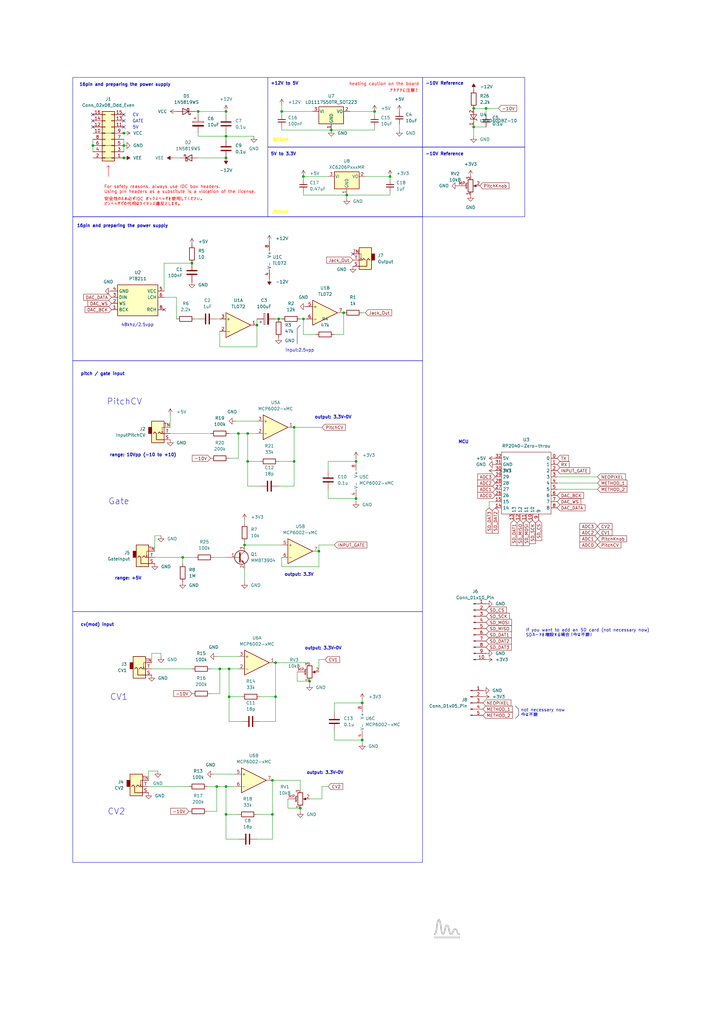
<source format=kicad_sch>
(kicad_sch (version 20231120) (generator "eeschema") (generator_version "8.0")
  (paper "A3" portrait)
  (title_block (title "BirdsBoard") (date "2025-07-30") (rev "1.1") (company "Hügelton Instruments. Kōbe, Japan") (comment 1 "CERN Open Hardware Licence Version 2 - Strongly Reciprocal"))
  (junction (at 88.9 322.58))
  (junction (at 124.46 130.81))
  (junction (at 194.31 44.45))
  (junction (at 194.31 52.07))
  (junction (at 50.8 59.69))
  (junction (at 148.59 288.29))
  (junction (at 123.19 331.47))
  (junction (at 124.46 72.39))
  (junction (at 90.17 274.32))
  (junction (at 78.74 107.95))
  (junction (at 92.71 334.01))
  (junction (at 50.8 54.61))
  (junction (at 140.97 128.27))
  (junction (at 81.28 45.72))
  (junction (at 199.39 44.45))
  (junction (at 142.24 80.01))
  (junction (at 160.02 72.39))
  (junction (at 97.79 177.8))
  (junction (at 153.67 45.72))
  (junction (at 148.59 303.53))
  (junction (at 120.65 189.23))
  (junction (at 92.71 45.72))
  (junction (at 74.93 228.6))
  (junction (at 111.76 334.01))
  (junction (at 93.98 285.75))
  (junction (at 130.81 226.06))
  (junction (at 146.05 204.47))
  (junction (at 92.71 64.77))
  (junction (at 111.76 320.04))
  (junction (at 38.1 59.69))
  (junction (at 101.6 189.23))
  (junction (at 50.8 64.77))
  (junction (at 127 279.4))
  (junction (at 101.6 177.8))
  (junction (at 93.98 274.32))
  (junction (at 135.89 53.34))
  (junction (at 92.71 322.58))
  (junction (at 92.71 55.88))
  (junction (at 120.65 175.26))
  (junction (at 113.03 271.78))
  (junction (at 114.3 130.81))
  (junction (at 105.41 133.35))
  (junction (at 115.57 45.72))
  (junction (at 113.03 285.75))
  (junction (at 100.33 223.52))
  (junction (at 146.05 189.23))
  (no_connect (at 50.8 49.53))
  (no_connect (at 50.8 46.99))
  (no_connect (at 38.1 49.53))
  (no_connect (at 144.78 104.14))
  (no_connect (at 50.8 52.07))
  (no_connect (at 38.1 52.07))
  (no_connect (at 38.1 46.99))
  (no_connect (at 67.31 127))
  (wire (pts (xy 124.46 80.01) (xy 142.24 80.01)))
  (wire (pts (xy 92.71 344.17) (xy 97.79 344.17)))
  (wire (pts (xy 194.31 52.07) (xy 199.39 52.07)))
  (wire (pts (xy 92.71 334.01) (xy 92.71 322.58)))
  (wire (pts (xy 115.57 45.72) (xy 115.57 46.99)))
  (wire (pts (xy 114.3 199.39) (xy 120.65 199.39)))
  (polyline (pts (xy 212.725 290.83) (xy 212.725 293.37)))
  (wire (pts (xy 90.17 274.32) (xy 90.17 284.48)))
  (wire (pts (xy 69.85 177.8) (xy 86.36 177.8)))
  (polyline (pts (xy 208.915 160.655) (xy 208.915 171.45)) (stroke (width 0) (color 255 255 255 1)))
  (wire (pts (xy 38.1 64.77) (xy 50.8 64.77)))
  (wire (pts (xy 93.98 274.32) (xy 97.79 274.32)))
  (wire (pts (xy 71.12 64.77) (xy 73.66 64.77)))
  (wire (pts (xy 90.17 142.24) (xy 105.41 142.24)))
  (wire (pts (xy 92.71 334.01) (xy 92.71 344.17)))
  (wire (pts (xy 93.98 285.75) (xy 99.06 285.75)))
  (wire (pts (xy 72.39 121.92) (xy 72.39 130.81)))
  (wire (pts (xy 64.77 316.23) (xy 60.96 316.23)))
  (wire (pts (xy 66.04 219.71) (xy 63.5 219.71)))
  (wire (pts (xy 38.1 54.61) (xy 50.8 54.61)))
  (wire (pts (xy 124.46 130.81) (xy 125.73 130.81)))
  (wire (pts (xy 124.46 137.16) (xy 129.54 137.16)))
  (polyline (pts (xy 223.52 160.655) (xy 224.155 161.925)) (stroke (width 0) (color 255 255 255 1)))
  (wire (pts (xy 88.9 269.24) (xy 97.79 269.24)))
  (wire (pts (xy 101.6 189.23) (xy 101.6 177.8)))
  (polyline (pts (xy 213.36 161.925) (xy 213.995 160.655)) (stroke (width 0) (color 255 255 255 1)))
  (wire (pts (xy 132.08 322.58) (xy 132.08 327.66)))
  (polyline (pts (xy 218.44 160.655) (xy 218.44 171.45)) (stroke (width 0) (color 255 255 255 1)))
  (wire (pts (xy 86.36 284.48) (xy 90.17 284.48)))
  (wire (pts (xy 81.28 46.99) (xy 81.28 45.72)))
  (wire (pts (xy 81.28 64.77) (xy 92.71 64.77)))
  (polyline (pts (xy 222.885 161.925) (xy 223.52 160.655)) (stroke (width 0) (color 255 255 255 1)))
  (wire (pts (xy 74.93 228.6) (xy 80.01 228.6)))
  (wire (pts (xy 134.62 200.66) (xy 134.62 204.47)))
  (wire (pts (xy 66.04 269.24) (xy 66.04 267.97)))
  (wire (pts (xy 92.71 45.72) (xy 92.71 46.99)))
  (wire (pts (xy 93.98 285.75) (xy 93.98 274.32)))
  (wire (pts (xy 92.71 322.58) (xy 96.52 322.58)))
  (wire (pts (xy 100.33 222.25) (xy 100.33 223.52)))
  (wire (pts (xy 115.57 45.72) (xy 128.27 45.72)))
  (wire (pts (xy 123.19 320.04) (xy 123.19 323.85)))
  (wire (pts (xy 97.79 177.8) (xy 101.6 177.8)))
  (wire (pts (xy 148.59 128.27) (xy 149.86 128.27)))
  (wire (pts (xy 66.04 267.97) (xy 62.23 267.97)))
  (wire (pts (xy 81.28 45.72) (xy 92.71 45.72)))
  (wire (pts (xy 148.59 304.8) (xy 148.59 303.53)))
  (wire (pts (xy 121.92 279.4) (xy 127 279.4)))
  (wire (pts (xy 121.92 275.59) (xy 121.92 279.4)))
  (wire (pts (xy 118.11 331.47) (xy 123.19 331.47)))
  (wire (pts (xy 123.19 331.47) (xy 123.19 332.74)))
  (wire (pts (xy 92.71 55.88) (xy 104.14 55.88)))
  (wire (pts (xy 62.23 267.97) (xy 62.23 271.78)))
  (wire (pts (xy 245.11 198.12) (xy 228.6 198.12)))
  (wire (pts (xy 132.08 327.66) (xy 127 327.66)))
  (wire (pts (xy 115.57 52.07) (xy 115.57 53.34)))
  (polyline (pts (xy 210.82 288.29) (xy 226.695 288.29)) (stroke (width 0) (color 255 255 255 1)))
  (wire (pts (xy 96.52 172.72) (xy 105.41 172.72)))
  (wire (pts (xy 130.81 226.06) (xy 130.81 232.41)))
  (wire (pts (xy 194.31 55.88) (xy 194.31 52.07)))
  (wire (pts (xy 135.89 53.34) (xy 153.67 53.34)))
  (wire (pts (xy 245.11 200.66) (xy 228.6 200.66)))
  (wire (pts (xy 93.98 295.91) (xy 99.06 295.91)))
  (wire (pts (xy 111.76 320.04) (xy 123.19 320.04)))
  (wire (pts (xy 86.36 274.32) (xy 90.17 274.32)))
  (polyline (pts (xy 44.45 67.945) (xy 44.45 72.39)) (stroke (width 0) (color 255 0 0 1)))
  (wire (pts (xy 105.41 133.35) (xy 105.41 130.81)))
  (wire (pts (xy 148.59 287.02) (xy 148.59 288.29)))
  (wire (pts (xy 115.57 53.34) (xy 135.89 53.34)))
  (polyline (pts (xy 213.995 160.655) (xy 213.995 171.45)) (stroke (width 0) (color 255 255 255 1)))
  (wire (pts (xy 132.08 175.26) (xy 120.65 175.26)))
  (wire (pts (xy 134.62 322.58) (xy 132.08 322.58)))
  (wire (pts (xy 160.02 78.74) (xy 160.02 80.01)))
  (wire (pts (xy 80.01 45.72) (xy 81.28 45.72)))
  (wire (pts (xy 200.66 205.74) (xy 203.2 205.74)))
  (wire (pts (xy 113.03 271.78) (xy 113.03 285.75)))
  (wire (pts (xy 50.8 57.15) (xy 50.8 59.69)))
  (wire (pts (xy 124.46 73.66) (xy 124.46 72.39)))
  (wire (pts (xy 67.31 107.95) (xy 78.74 107.95)))
  (wire (pts (xy 69.85 170.18) (xy 69.85 175.26)))
  (wire (pts (xy 153.67 46.99) (xy 153.67 45.72)))
  (polyline (pts (xy 121.92 134.62) (xy 123.19 133.35)))
  (wire (pts (xy 118.11 327.66) (xy 118.11 331.47)))
  (wire (pts (xy 143.51 45.72) (xy 153.67 45.72)))
  (wire (pts (xy 100.33 223.52) (xy 115.57 223.52)))
  (polyline (pts (xy 223.52 160.655) (xy 223.52 171.45)) (stroke (width 0) (color 255 255 255 1)))
  (wire (pts (xy 101.6 189.23) (xy 106.68 189.23)))
  (wire (pts (xy 127 280.67) (xy 127 279.4)))
  (wire (pts (xy 60.96 322.58) (xy 77.47 322.58)))
  (wire (pts (xy 124.46 78.74) (xy 124.46 80.01)))
  (wire (pts (xy 38.1 57.15) (xy 38.1 59.69)))
  (wire (pts (xy 153.67 52.07) (xy 153.67 53.34)))
  (wire (pts (xy 163.83 50.8) (xy 163.83 53.34)))
  (wire (pts (xy 130.81 223.52) (xy 137.16 223.52)))
  (wire (pts (xy 137.16 288.29) (xy 137.16 292.1)))
  (wire (pts (xy 120.65 175.26) (xy 120.65 189.23)))
  (wire (pts (xy 130.81 223.52) (xy 130.81 226.06)))
  (wire (pts (xy 74.93 231.14) (xy 74.93 228.6)))
  (wire (pts (xy 90.17 135.89) (xy 90.17 142.24)))
  (polyline (pts (xy 44.45 67.945) (xy 45.085 68.58)) (stroke (width 0) (color 255 0 0 1)))
  (wire (pts (xy 127 271.78) (xy 113.03 271.78)))
  (wire (pts (xy 101.6 199.39) (xy 106.68 199.39)))
  (wire (pts (xy 105.41 133.35) (xy 105.41 142.24)))
  (polyline (pts (xy 208.28 165.1) (xy 209.55 166.37)) (stroke (width 0) (color 255 255 255 1)))
  (wire (pts (xy 87.63 317.5) (xy 96.52 317.5)))
  (wire (pts (xy 100.33 233.68) (xy 100.33 238.76)))
  (wire (pts (xy 140.97 128.27) (xy 140.97 137.16)))
  (wire (pts (xy 123.19 130.81) (xy 124.46 130.81)))
  (wire (pts (xy 93.98 177.8) (xy 97.79 177.8)))
  (wire (pts (xy 115.57 43.18) (xy 115.57 45.72)))
  (polyline (pts (xy 208.28 166.37) (xy 209.55 165.1)) (stroke (width 0) (color 255 255 255 1)))
  (polyline (pts (xy 211.455 289.56) (xy 212.725 290.83)))
  (wire (pts (xy 111.76 320.04) (xy 111.76 334.01)))
  (wire (pts (xy 200.66 205.74) (xy 200.66 208.28)))
  (wire (pts (xy 63.5 228.6) (xy 74.93 228.6)))
  (wire (pts (xy 67.31 121.92) (xy 72.39 121.92)))
  (wire (pts (xy 199.39 44.45) (xy 204.47 44.45)))
  (wire (pts (xy 199.39 44.45) (xy 199.39 46.99)))
  (wire (pts (xy 92.71 334.01) (xy 97.79 334.01)))
  (wire (pts (xy 101.6 177.8) (xy 105.41 177.8)))
  (wire (pts (xy 115.57 232.41) (xy 130.81 232.41)))
  (wire (pts (xy 149.86 72.39) (xy 160.02 72.39)))
  (wire (pts (xy 142.24 80.01) (xy 142.24 81.28)))
  (wire (pts (xy 81.28 55.88) (xy 92.71 55.88)))
  (wire (pts (xy 120.65 189.23) (xy 120.65 199.39)))
  (wire (pts (xy 106.68 285.75) (xy 113.03 285.75)))
  (wire (pts (xy 38.1 59.69) (xy 38.1 62.23)))
  (wire (pts (xy 134.62 189.23) (xy 146.05 189.23)))
  (wire (pts (xy 92.71 54.61) (xy 92.71 55.88)))
  (wire (pts (xy 133.35 270.51) (xy 130.81 270.51)))
  (wire (pts (xy 142.24 80.01) (xy 160.02 80.01)))
  (wire (pts (xy 114.3 130.81) (xy 115.57 130.81)))
  (wire (pts (xy 63.5 219.71) (xy 63.5 226.06)))
  (wire (pts (xy 101.6 189.23) (xy 101.6 199.39)))
  (wire (pts (xy 137.16 137.16) (xy 140.97 137.16)))
  (polyline (pts (xy 43.815 68.58) (xy 44.45 67.945)) (stroke (width 0) (color 255 0 0 1)))
  (wire (pts (xy 81.28 54.61) (xy 81.28 55.88)))
  (wire (pts (xy 81.28 130.81) (xy 80.01 130.81)))
  (wire (pts (xy 160.02 73.66) (xy 160.02 72.39)))
  (wire (pts (xy 62.23 274.32) (xy 78.74 274.32)))
  (wire (pts (xy 67.31 107.95) (xy 67.31 119.38)))
  (wire (pts (xy 134.62 189.23) (xy 134.62 193.04)))
  (wire (pts (xy 146.05 205.74) (xy 146.05 204.47)))
  (wire (pts (xy 134.62 204.47) (xy 146.05 204.47)))
  (polyline (pts (xy 208.28 285.75) (xy 226.695 285.75)) (stroke (width 0) (color 255 255 255 1)))
  (wire (pts (xy 85.09 332.74) (xy 88.9 332.74)))
  (wire (pts (xy 124.46 72.39) (xy 134.62 72.39)))
  (wire (pts (xy 88.9 130.81) (xy 90.17 130.81)))
  (wire (pts (xy 88.9 322.58) (xy 88.9 332.74)))
  (wire (pts (xy 115.57 228.6) (xy 115.57 232.41)))
  (wire (pts (xy 137.16 303.53) (xy 148.59 303.53)))
  (wire (pts (xy 105.41 344.17) (xy 111.76 344.17)))
  (polyline (pts (xy 213.995 160.655) (xy 214.63 161.925)) (stroke (width 0) (color 255 255 255 1)))
  (polyline (pts (xy 211.455 294.64) (xy 212.725 293.37)))
  (wire (pts (xy 93.98 285.75) (xy 93.98 295.91)))
  (wire (pts (xy 106.68 295.91) (xy 113.03 295.91)))
  (wire (pts (xy 87.63 228.6) (xy 92.71 228.6)))
  (polyline (pts (xy 208.28 283.21) (xy 226.695 283.21)) (stroke (width 0) (color 255 255 255 1)))
  (wire (pts (xy 90.17 274.32) (xy 93.98 274.32)))
  (polyline (pts (xy 218.44 160.655) (xy 219.075 161.925)) (stroke (width 0) (color 255 255 255 1)))
  (polyline (pts (xy 217.805 161.925) (xy 218.44 160.655)) (stroke (width 0) (color 255 255 255 1)))
  (wire (pts (xy 113.03 130.81) (xy 114.3 130.81)))
  (wire (pts (xy 245.11 195.58) (xy 228.6 195.58)))
  (wire (pts (xy 105.41 334.01) (xy 111.76 334.01)))
  (wire (pts (xy 137.16 299.72) (xy 137.16 303.53)))
  (polyline (pts (xy 121.92 140.97) (xy 121.92 134.62)))
  (wire (pts (xy 113.03 285.75) (xy 113.03 295.91)))
  (wire (pts (xy 124.46 130.81) (xy 124.46 137.16)))
  (wire (pts (xy 50.8 59.69) (xy 50.8 62.23)))
  (wire (pts (xy 38.1 59.69) (xy 50.8 59.69)))
  (wire (pts (xy 93.98 187.96) (xy 97.79 187.96)))
  (wire (pts (xy 137.16 288.29) (xy 148.59 288.29)))
  (wire (pts (xy 194.31 44.45) (xy 199.39 44.45)))
  (wire (pts (xy 88.9 322.58) (xy 92.71 322.58)))
  (wire (pts (xy 92.71 57.15) (xy 92.71 55.88)))
  (wire (pts (xy 146.05 187.96) (xy 146.05 189.23)))
  (wire (pts (xy 111.76 334.01) (xy 111.76 344.17)))
  (wire (pts (xy 130.81 270.51) (xy 130.81 275.59)))
  (wire (pts (xy 100.33 213.36) (xy 100.33 214.63)))
  (wire (pts (xy 85.09 322.58) (xy 88.9 322.58)))
  (wire (pts (xy 60.96 316.23) (xy 60.96 320.04)))
  (wire (pts (xy 114.3 189.23) (xy 120.65 189.23)))
  (wire (pts (xy 97.79 177.8) (xy 97.79 187.96)))
  (rectangle (start 29.845 250.825) (end 173.355 353.695))
  (rectangle (start 109.855 60.325) (end 173.355 88.9))
  (rectangle (start 173.355 31.75) (end 215.265 60.325))
  (rectangle (start 173.355 60.325) (end 215.265 88.9))
  (rectangle (start 29.845 31.75) (end 109.855 88.9))
  (polyline (pts (xy 188.6835 384.8333) (xy 178.0267 384.8333) (xy 178.0267 384.1364) (xy 188.6835 384.1364) (xy 188.6835 384.8333)) (stroke (width -0.0001) (type solid)) (fill (type color) (color 194 194 194 1)))
  (rectangle (start 29.845 88.9) (end 173.355 147.955))
  (rectangle (start 109.855 31.75) (end 173.355 60.325))
  (polyline (pts (xy 180.1119 376.8517) (xy 180.1128 376.8522) (xy 180.1119 376.8515) (xy 180.1123 376.8517) (xy 180.1911 376.869) (xy 180.271 376.9016) (xy 180.3509 376.952) (xy 180.4305 377.0242) (xy 180.5097 377.1207) (xy 180.5882 377.2447) (xy 180.6656 377.3994) (xy 180.7418 377.5877) (xy 180.8162 377.813) (xy 180.8886 378.0776) (xy 180.9588 378.3857) (xy 181.0267 378.7394) (xy 181.0914 379.1423) (xy 181.1528 379.5975) (xy 181.2105 380.1076) (xy 181.2456 380.4251) (xy 181.2814 380.7171) (xy 181.3181 380.9841) (xy 181.3548 381.2272) (xy 181.3914 381.4473) (xy 181.4281 381.6461) (xy 181.4645 381.8244) (xy 181.5003 381.9832) (xy 181.535 382.1234) (xy 181.5687 382.2469) (xy 181.6012 382.3538) (xy 181.6319 382.4458) (xy 181.6604 382.5236) (xy 181.6871 382.5884) (xy 181.7114 382.6416) (xy 181.7331 382.684) (xy 181.7701 382.6251) (xy 181.816 382.5399) (xy 181.8693 382.4243) (xy 181.9275 382.2733) (xy 181.9899 382.0832) (xy 182.0217 381.9722) (xy 182.0541 381.8498) (xy 182.0862 381.7152) (xy 182.1183 381.5687) (xy 182.1501 381.4089) (xy 182.1808 381.2356) (xy 182.2273 380.9804) (xy 182.2774 380.7425) (xy 182.3307 380.5213) (xy 182.3586 380.4167) (xy 182.3877 380.3167) (xy 182.4175 380.2205) (xy 182.4482 380.1288) (xy 182.4799 380.0408) (xy 182.5124 379.9575) (xy 182.5457 379.878) (xy 182.5801 379.8028) (xy 182.6152 379.7318) (xy 182.6514 379.6647) (xy 182.6882 379.6021) (xy 182.726 379.5432) (xy 182.7648 379.4885) (xy 182.8045 379.4381) (xy 182.8452 379.3915) (xy 182.8867 379.3492) (xy 182.929 379.3111) (xy 182.9726 379.2767) (xy 183.017 379.2463) (xy 183.0627 379.2204) (xy 183.1089 379.1982) (xy 183.1562 379.1804) (xy 183.2047 379.1662) (xy 183.2539 379.156) (xy 183.3042 379.15) (xy 183.3555 379.1479) (xy 183.4566 379.156) (xy 183.5543 379.1804) (xy 183.6476 379.2204) (xy 183.7378 379.2767) (xy 183.8237 379.349) (xy 183.906 379.4379) (xy 183.9845 379.543) (xy 184.0593 379.6647) (xy 184.1304 379.8028) (xy 184.198 379.9575) (xy 184.2616 380.1288) (xy 184.322 380.3165) (xy 184.3789 380.5211) (xy 184.4322 380.7423) (xy 184.4818 380.9802) (xy 184.5283 381.2355) (xy 184.5497 381.3558) (xy 184.5712 381.4701) (xy 184.5931 381.5778) (xy 184.6153 381.6796) (xy 184.6375 381.7757) (xy 184.6597 381.8659) (xy 184.682 381.9502) (xy 184.7042 382.0294) (xy 184.7264 382.1033) (xy 184.7483 382.1721) (xy 184.7698 382.2358) (xy 184.7912 382.2952) (xy 184.8121 382.3495) (xy 184.8328 382.3996) (xy 184.8525 382.4458) (xy 184.8719 382.4876) (xy 184.8905 382.5257) (xy 184.9086 382.5601) (xy 184.9257 382.5908) (xy 184.9423 382.6182) (xy 184.9577 382.6425) (xy 184.9725 382.664) (xy 184.9855 382.6822) (xy 184.9981 382.6981) (xy 185.0194 382.7224) (xy 185.0353 382.7383) (xy 185.0457 382.7468) (xy 185.0494 382.7494) (xy 185.0638 382.7457) (xy 185.0817 382.7369) (xy 185.1027 382.7231) (xy 185.1263 382.7035) (xy 185.1526 382.6783) (xy 185.1804 382.6469) (xy 185.2104 382.6094) (xy 185.2418 382.5654) (xy 185.2745 382.515) (xy 185.3081 382.4573) (xy 185.3422 382.3929) (xy 185.3766 382.3211) (xy 185.411 382.2416) (xy 185.445 382.1546) (xy 185.4784 382.0592) (xy 185.5105 381.956) (xy 185.5422 381.8539) (xy 185.5748 381.757) (xy 185.6089 381.6657) (xy 185.6436 381.5794) (xy 185.6794 381.4981) (xy 185.7158 381.4216) (xy 185.7528 381.3498) (xy 185.7911 381.2827) (xy 185.8296 381.2201) (xy 185.8684 381.1619) (xy 185.9077 381.1076) (xy 185.9472 381.0575) (xy 185.9869 381.0109) (xy 186.0269 380.9686) (xy 186.0668 380.9294) (xy 186.1068 380.8938) (xy 186.1465 380.8613) (xy 186.1862 380.8319) (xy 186.2257 380.8056) (xy 186.2649 380.782) (xy 186.3033 380.7615) (xy 186.3416 380.7433) (xy 186.379 380.7275) (xy 186.4157 380.7141) (xy 186.4868 380.6931) (xy 186.5543 380.6797) (xy 186.617 380.6726) (xy 186.6748 380.6705) (xy 186.7325 380.6726) (xy 186.7955 380.6797) (xy 186.863 380.6931) (xy 186.9341 380.7141) (xy 187.0084 380.7435) (xy 187.0853 380.7823) (xy 187.1638 380.8321) (xy 187.2433 380.8938) (xy 187.3232 380.9686) (xy 187.3633 381.0109) (xy 187.4029 381.0575) (xy 187.4426 381.1076) (xy 187.4818 381.1619) (xy 187.5206 381.2201) (xy 187.559 381.2827) (xy 187.5973 381.3498) (xy 187.6344 381.4216) (xy 187.6707 381.4981) (xy 187.7063 381.5794) (xy 187.7411 381.6657) (xy 187.7748 381.757) (xy 187.8074 381.8539) (xy 187.8388 381.956) (xy 187.855 382.0086) (xy 187.8713 382.059) (xy 187.8878 382.1079) (xy 187.9048 382.1544) (xy 187.9217 382.1989) (xy 187.9388 382.2412) (xy 187.9559 382.282) (xy 187.9734 382.3208) (xy 187.9908 382.3575) (xy 188.008 382.3926) (xy 188.0254 382.4256) (xy 188.0429 382.457) (xy 188.0603 382.4864) (xy 188.0775 382.5139) (xy 188.0947 382.5399) (xy 188.1115 382.5645) (xy 188.1284 382.5871) (xy 188.145 382.6081) (xy 188.1612 382.6273) (xy 188.1775 382.6452) (xy 188.1932 382.661) (xy 188.2087 382.6758) (xy 188.2235 382.6891) (xy 188.238 382.7005) (xy 188.2521 382.7108) (xy 188.2655 382.7196) (xy 188.2785 382.7267) (xy 188.2911 382.7326) (xy 188.3029 382.7371) (xy 188.3143 382.7404) (xy 188.3248 382.7422) (xy 188.335 382.7429) (xy 188.6832 382.7429) (xy 188.6832 383.4398) (xy 188.335 383.4398) (xy 188.2773 383.4373) (xy 188.2143 383.4303) (xy 188.1468 383.4169) (xy 188.0757 383.3964) (xy 188.0014 383.3669) (xy 187.9245 383.3278) (xy 187.846 383.278) (xy 187.7665 383.2163) (xy 187.6864 383.1415) (xy 187.6465 383.0987) (xy 187.6068 383.0524) (xy 187.5672 383.002) (xy 187.528 382.9477) (xy 187.4888 382.8895) (xy 187.4507 382.8268) (xy 187.4125 382.7593) (xy 187.3754 382.6878) (xy 187.3391 382.6113) (xy 187.3035 382.5296) (xy 187.2687 382.4434) (xy 187.235 382.352) (xy 187.2024 382.255) (xy 187.171 382.1529) (xy 187.1548 382.1003) (xy 187.1385 382.0498) (xy 187.122 382.0013) (xy 187.105 381.9548) (xy 187.0883 381.9103) (xy 187.071 381.868) (xy 187.0535 381.8276) (xy 187.0362 381.7888) (xy 187.0188 381.7521) (xy 187.0013 381.7174) (xy 186.9842 381.6844) (xy 186.9667 381.653) (xy 186.9493 381.6235) (xy 186.9322 381.596) (xy 186.9149 381.5701) (xy 186.8981 381.5457) (xy 186.8812 381.5232) (xy 186.8646 381.5022) (xy 186.8484 381.4826) (xy 186.8321 381.4651) (xy 186.8164 381.4489) (xy 186.8009 381.4344) (xy 186.7861 381.4212) (xy 186.7716 381.4097) (xy 186.7575 381.3995) (xy 186.744 381.3907) (xy 186.7309 381.3833) (xy 186.7184 381.3776) (xy 186.7066 381.3729) (xy 186.6951 381.3699) (xy 186.6843 381.3678) (xy 186.6745 381.367) (xy 186.6538 381.3699) (xy 186.6309 381.3776) (xy 186.6053 381.3909) (xy 186.5776 381.4097) (xy 186.5482 381.4344) (xy 186.5171 381.4651) (xy 186.4847 381.5023) (xy 186.4513 381.5459) (xy 186.4173 381.596) (xy 186.3825 381.6533) (xy 186.3474 381.7175) (xy 186.3123 381.7893) (xy 186.2776 381.8685) (xy 186.2435 381.9558) (xy 186.2102 382.0509) (xy 186.1777 382.1544) (xy 186.146 382.2566) (xy 186.1134 382.3532) (xy 186.0797 382.4446) (xy 186.0449 382.5309) (xy 186.0095 382.6122) (xy 185.9728 382.6887) (xy 185.9357 382.7602) (xy 185.898 382.8272) (xy 185.8595 382.8898) (xy 185.8207 382.9484) (xy 185.7812 383.0027) (xy 185.7419 383.0528) (xy 185.702 383.099) (xy 185.662 383.1419) (xy 185.6219 383.181) (xy 185.5821 383.2167) (xy 185.542 383.2491) (xy 185.5024 383.2786) (xy 185.4628 383.3048) (xy 185.424 383.3285) (xy 185.3852 383.3489) (xy 185.347 383.3671) (xy 185.3096 383.383) (xy 185.2725 383.3964) (xy 185.2014 383.4174) (xy 185.1339 383.4306) (xy 185.0713 383.438) (xy 185.0132 383.4401) (xy 184.9122 383.432) (xy 184.8148 383.408) (xy 184.7215 383.368) (xy 184.6317 383.3114) (xy 184.5458 383.2391) (xy 184.4638 383.1502) (xy 184.3853 383.0449) (xy 184.3105 382.9231) (xy 184.2394 382.7854) (xy 184.1719 382.6307) (xy 184.1078 382.4594) (xy 184.0475 382.2717) (xy 183.9905 382.0671) (xy 183.9369 381.8461) (xy 183.887 381.6078) (xy 183.8404 381.3529) (xy 183.8212 381.2439) (xy 183.802 381.1404) (xy 183.7826 381.0423) (xy 183.7628 380.949) (xy 183.7431 380.8605) (xy 183.7233 380.7765) (xy 183.7032 380.6973) (xy 183.6834 380.6225) (xy 183.6637 380.5523) (xy 183.6439 380.486) (xy 183.6242 380.4239) (xy 183.6048 380.3659) (xy 183.5855 380.3115) (xy 183.5667 380.2611) (xy 183.5481 380.2142) (xy 183.5296 380.1706) (xy 183.5122 380.1306) (xy 183.4947 380.0939) (xy 183.4781 380.0602) (xy 183.4615 380.0295) (xy 183.4458 380.0016) (xy 183.431 379.9764) (xy 183.4169 379.9538) (xy 183.4037 379.9337) (xy 183.3793 379.9004) (xy 183.3587 379.8757) (xy 183.3421 379.8582) (xy 183.3301 379.8471) (xy 183.3181 379.8753) (xy 183.2857 379.9335) (xy 183.2365 380.0293) (xy 183.1744 380.1706) (xy 183.1396 380.2609) (xy 183.1029 380.3655) (xy 183.0648 380.4858) (xy 183.026 380.6223) (xy 182.9863 380.7763) (xy 182.9468 380.9486) (xy 182.9073 381.1409) (xy 182.8689 381.3533) (xy 182.8223 381.6082) (xy 182.7724 381.8465) (xy 182.7188 382.0675) (xy 182.6909 382.1721) (xy 182.6623 382.2721) (xy 182.6323 382.3679) (xy 182.6016 382.4599) (xy 182.5704 382.5476) (xy 182.538 382.6312) (xy 182.5046 382.7104) (xy 182.4702 382.7859) (xy 182.4351 382.857) (xy 182.399 382.9237) (xy 182.3621 382.9866) (xy 182.3244 383.0452) (xy 182.2856 383.0999) (xy 182.2459 383.1503) (xy 182.2051 383.1969) (xy 182.1637 383.2392) (xy 182.1213 383.2777) (xy 182.0778 383.3117) (xy 182.0333 383.3421) (xy 181.9878 383.3683) (xy 181.9416 383.3902) (xy 181.894 383.4084) (xy 181.8456 383.4225) (xy 181.7964 383.4324) (xy 181.7462 383.4384) (xy 181.6948 383.4405) (xy 181.6167 383.4354) (xy 181.5373 383.4183) (xy 181.4578 383.3858) (xy 181.3779 383.3348) (xy 181.2983 383.263) (xy 181.2191 383.1662) (xy 181.1401 383.0422) (xy 181.0628 382.8875) (xy 180.9866 382.6995) (xy 180.9122 382.4744) (xy 180.8399 382.2095) (xy 180.7697 381.9017) (xy 180.7018 381.5477) (xy 180.6369 381.1451) (xy 180.5755 380.6899) (xy 180.5178 380.1798) (xy 180.4867 379.8949) (xy 180.455 379.6308) (xy 180.4225 379.3867) (xy 180.3901 379.1622) (xy 180.3571 378.9555) (xy 180.3245 378.7669) (xy 180.2918 378.5949) (xy 180.2594 378.4393) (xy 180.2273 378.2991) (xy 180.1962 378.1733) (xy 180.1659 378.0613) (xy 180.1364 377.9626) (xy 180.1086 377.8763) (xy 180.0819 377.8012) (xy 180.0569 377.7371) (xy 180.0336 377.6828) (xy 179.9858 377.8012) (xy 179.9315 377.9631) (xy 179.872 378.1735) (xy 179.8091 378.4395) (xy 179.744 378.7667) (xy 179.6782 379.1618) (xy 179.6127 379.6303) (xy 179.5498 380.1792) (xy 179.5216 380.4412) (xy 179.4921 380.6892) (xy 179.4621 380.9234) (xy 179.4311 381.1443) (xy 179.399 381.352) (xy 179.3665 381.5468) (xy 179.3332 381.7299) (xy 179.2991 381.9008) (xy 179.2644 382.0602) (xy 179.2289 382.2086) (xy 179.1928 382.3462) (xy 179.1564 382.4737) (xy 179.1194 382.591) (xy 179.0818 382.6988) (xy 179.0441 382.7972) (xy 179.006 382.887) (xy 178.9672 382.9687) (xy 178.9284 383.0419) (xy 178.8892 383.1076) (xy 178.8497 383.1659) (xy 178.81 383.2175) (xy 178.7705 383.2627) (xy 178.7304 383.3015) (xy 178.6908 383.3348) (xy 178.6511 383.3624) (xy 178.611 383.3853) (xy 178.5713 383.4034) (xy 178.5315 383.4176) (xy 178.4918 383.428) (xy 178.4523 383.4347) (xy 178.4128 383.4387) (xy 178.374 383.44) (xy 178.0254 383.44) (xy 178.0254 382.7431) (xy 178.2988 382.7431) (xy 178.338 382.6783) (xy 178.392 382.563) (xy 178.4574 382.3846) (xy 178.532 382.1308) (xy 178.6119 381.789) (xy 178.6948 381.3461) (xy 178.7777 380.7899) (xy 178.858 380.1076) (xy 178.8862 379.8455) (xy 178.9157 379.5977) (xy 178.9456 379.3634) (xy 178.9767 379.1426) (xy 179.0088 378.9348) (xy 179.0412 378.7397) (xy 179.0746 378.5572) (xy 179.109 378.3863) (xy 179.1437 378.2268) (xy 179.1792 378.0781) (xy 179.215 377.9405) (xy 179.2517 377.8133) (xy 179.2884 377.696) (xy 179.3261 377.5883) (xy 179.3639 377.4895) (xy 179.402 377.3997) (xy 179.4408 377.3184) (xy 179.4796 377.2448) (xy 179.5191 377.1794) (xy 179.5582 377.1208) (xy 179.5981 377.0692) (xy 179.6378 377.0244) (xy 179.6775 376.9852) (xy 179.7173 376.9522) (xy 179.757 376.9243) (xy 179.7971 376.9018) (xy 179.8368 376.8832) (xy 179.8766 376.8691) (xy 179.916 376.8589) (xy 179.9555 376.8517) (xy 179.9946 376.848) (xy 180.0334 376.8467) (xy 180.1119 376.8517)) (stroke (width -0.0001) (type solid)) (fill (type color) (color 194 194 194 1)))
  (rectangle (start 29.845 147.955) (end 173.355 250.825))
  (text "CV1" (at 48.768 286.004 0) (effects (font (size 2.54 2.54))))
  (text "not necessary now\n今は不要" (at 213.614 292.354 0) (effects (font (size 1.27 1.27)) (justify left)))
  (text "USB-C　female" (at 215.9 176.784 0) (effects (font (size 1.27 1.27) (bold yes))))
  (text "DATA" (at 227.584 288.544 0) (effects (font (size 1.27 1.27)) (justify left)))
  (text "For safety reasons, always use IDC box headers.\nUsing pin headers as a substitute is a violation of the license." (at 42.672 77.724 0) (effects (font (size 1.27 1.27)) (justify left)))
  (text "250mA" (at 111.506 87.122 0) (effects (font (size 1.27 1.27) (thickness 0.254)) (justify left)))
  (text "output: 3.3V" (at 122.682 235.712 0) (effects (font (size 1.27 1.27) (thickness 0.254) (bold yes))))
  (text "MCU" (at 187.96 181.356 0) (effects (font (size 1.27 1.27) (thickness 0.254) (bold yes)) (justify left)))
  (text "Neopixel LED :(e.g. PL9823-F5)" (at 232.918 285.75 0) (effects (font (size 1.27 1.27)) (justify left)))
  (text "PitchCV" (at 51.054 164.846 0) (effects (font (size 2.54 2.54))))
  (text "USBポートの延長ケーブルはVCCを切断します\n" (at 184.658 153.416 0) (effects (font (size 1.27 1.27)) (justify left)))
  (text "800mA" (at 111.76 57.404 0) (effects (font (size 1.27 1.27) (thickness 0.254)) (justify left)))
  (text "input:2.5vpp" (at 122.936 143.764 0) (effects (font (size 1.27 1.27))))
  (text "output: 3.3V~0V" (at 133.35 316.992 0) (effects (font (size 1.27 1.27) (thickness 0.254) (bold yes))))
  (text "heating caution on the board" (at 171.958 34.544 0) (effects (font (size 1.27 1.27)) (justify right)))
  (text "cv(mod) input" (at 33.02 256.286 0) (effects (font (size 1.27 1.27) (thickness 0.254) (bold yes)) (justify left)))
  (text "GND" (at 223.774 173.736 0) (effects (font (size 1.27 1.27))))
  (text "D+" (at 213.614 173.736 0) (effects (font (size 1.27 1.27))))
  (text "5V" (at 55.626 52.324 0) (effects (font (size 1.27 1.27))))
  (text "D-" (at 218.694 173.736 0) (effects (font (size 1.27 1.27))))
  (text "range: +5V" (at 52.578 237.236 0) (effects (font (size 1.27 1.27) (thickness 0.254) (bold yes))))
  (text "USB-C female" (at 209.042 158.242 0) (effects (font (size 1.27 1.27) (bold yes)) (justify left)))
  (text "安全性のため必ずIDC ボックスヘッダを使用してください。\nピンヘッダでの代用はライセンス違反とします。" (at 42.672 82.804 0) (effects (font (size 1.27 1.27)) (justify left)))
  (text "VCC" (at 227.584 286.004 0) (effects (font (size 1.27 1.27)) (justify left)))
  (text "16pin and preparing the power supply" (at 32.512 34.798 0) (effects (font (size 1.27 1.27) (thickness 0.254) (bold yes)) (justify left)))
  (text "-10V Reference" (at 174.498 63.246 0) (effects (font (size 1.27 1.27) (thickness 0.254) (bold yes)) (justify left)))
  (text "Gate" (at 48.768 205.74 0) (effects (font (size 2.54 2.54))))
  (text "48khz/2.5vpp" (at 56.388 133.35 0) (effects (font (size 1.27 1.27))))
  (text "GATE" (at 56.642 49.784 0) (effects (font (size 1.27 1.27))))
  (text "CV" (at 55.626 47.244 0) (effects (font (size 1.27 1.27))))
  (text "5V to 3.3V" (at 110.998 63.246 0) (effects (font (size 1.27 1.27) (thickness 0.254) (bold yes)) (justify left)))
  (text "Please disconnect the VCC of the USB extension cable from the RP2350A Zero." (at 184.658 150.114 0) (effects (font (size 1.27 1.27)) (justify left)))
  (text "CV2" (at 47.752 332.994 0) (effects (font (size 2.54 2.54))))
  (text "output: 3.3V~0V" (at 132.588 265.938 0) (effects (font (size 1.27 1.27) (thickness 0.254) (bold yes))))
  (text "If you want to add an SD card (not necessary now)\nSDカードを増設する場合（今は不要）" (at 215.646 259.588 0) (effects (font (size 1.27 1.27)) (justify left)))
  (text "16pin and preparing the power supply" (at 31.496 92.71 0) (effects (font (size 1.27 1.27) (thickness 0.254) (bold yes)) (justify left)))
  (text "range: 10Vpp (-10 to +10)" (at 58.674 186.69 0) (effects (font (size 1.27 1.27) (thickness 0.254) (bold yes))))
  (text "-10V Reference" (at 174.498 34.29 0) (effects (font (size 1.27 1.27) (thickness 0.254) (bold yes)) (justify left)))
  (text "アチアチに注意！" (at 171.704 37.338 0) (effects (font (size 1.27 1.27)) (justify right)))
  (text "VCC" (at 208.534 173.736 0) (effects (font (size 1.27 1.27))))
  (text "+12V to 5V" (at 110.998 34.29 0) (effects (font (size 1.27 1.27) (thickness 0.254) (bold yes)) (justify left)))
  (text "output: 3.3V~0V" (at 136.652 171.196 0) (effects (font (size 1.27 1.27) (thickness 0.254) (bold yes))))
  (text "pitch / gate input" (at 33.02 153.416 0) (effects (font (size 1.27 1.27) (thickness 0.254) (bold yes)) (justify left)))
  (text "GND" (at 227.584 283.464 0) (effects (font (size 1.27 1.27)) (justify left)))
  (global_label "PitchKnob" (shape input) (at 196.85 76.2 0) (property "Intersheetrefs" "${INTERSHEET_REFS}" (effects (hide yes))))
  (global_label "DAC_WS" (shape input) (at 45.72 124.46 180) (property "Intersheetrefs" "${INTERSHEET_REFS}" (effects (hide yes))))
  (global_label "ADC2" (shape input) (at 245.11 218.44 180) (property "Intersheetrefs" "${INTERSHEET_REFS}" (effects (hide yes))))
  (global_label "PitchKnob" (shape input) (at 245.11 220.98 0) (property "Intersheetrefs" "${INTERSHEET_REFS}" (effects (hide yes))))
  (global_label "-10V" (shape input) (at 77.47 332.74 180) (property "Intersheetrefs" "${INTERSHEET_REFS}" (effects (hide yes))))
  (global_label "CV2" (shape input) (at 134.62 322.58 0) (property "Intersheetrefs" "${INTERSHEET_REFS}" (effects (hide yes))))
  (global_label "Jack_Out" (shape input) (at 144.78 106.68 180) (property "Intersheetrefs" "${INTERSHEET_REFS}" (effects (hide yes))))
  (global_label "DAC_BCK" (shape input) (at 45.72 127 180) (property "Intersheetrefs" "${INTERSHEET_REFS}" (effects (hide yes))))
  (global_label "SD_DAT2" (shape input) (at 199.39 262.89 0) (property "Intersheetrefs" "${INTERSHEET_REFS}" (effects (hide yes))))
  (global_label "METHOD_2" (shape input) (at 198.12 293.37 0) (property "Intersheetrefs" "${INTERSHEET_REFS}" (effects (hide yes))))
  (global_label "DAC_DATA" (shape input) (at 228.6 208.28 0) (property "Intersheetrefs" "${INTERSHEET_REFS}" (effects (hide yes))))
  (global_label "SD_MOSI" (shape input) (at 199.39 255.27 0) (property "Intersheetrefs" "${INTERSHEET_REFS}" (effects (hide yes))))
  (global_label "ADC1" (shape input) (at 203.2 200.66 180) (property "Intersheetrefs" "${INTERSHEET_REFS}" (effects (hide yes))))
  (global_label "ADC1" (shape input) (at 245.11 220.98 180) (property "Intersheetrefs" "${INTERSHEET_REFS}" (effects (hide yes))))
  (global_label "SD_MISO" (shape input) (at 199.39 257.81 0) (property "Intersheetrefs" "${INTERSHEET_REFS}" (effects (hide yes))))
  (global_label "SD_MISO" (shape input) (at 213.36 213.36 270) (property "Intersheetrefs" "${INTERSHEET_REFS}" (effects (hide yes))))
  (global_label "SD_DAT2" (shape input) (at 203.2 208.28 270) (property "Intersheetrefs" "${INTERSHEET_REFS}" (effects (hide yes))))
  (global_label "METHOD_1" (shape input) (at 198.12 290.83 0) (property "Intersheetrefs" "${INTERSHEET_REFS}" (effects (hide yes))))
  (global_label "METHOD_1" (shape input) (at 245.11 198.12 0) (property "Intersheetrefs" "${INTERSHEET_REFS}" (effects (hide yes))))
  (global_label "SD_SCK" (shape input) (at 199.39 252.73 0) (property "Intersheetrefs" "${INTERSHEET_REFS}" (effects (hide yes))))
  (global_label "INPUT_GATE" (shape input) (at 228.6 193.04 0) (property "Intersheetrefs" "${INTERSHEET_REFS}" (effects (hide yes))))
  (global_label "SD_DAT3" (shape input) (at 199.39 265.43 0) (property "Intersheetrefs" "${INTERSHEET_REFS}" (effects (hide yes))))
  (global_label "SD_DAT1" (shape input) (at 210.82 213.36 270) (property "Intersheetrefs" "${INTERSHEET_REFS}" (effects (hide yes))))
  (global_label "-10V" (shape input) (at 204.47 44.45 0) (property "Intersheetrefs" "${INTERSHEET_REFS}" (effects (hide yes))))
  (global_label "RX" (shape input) (at 228.6 190.5 0) (property "Intersheetrefs" "${INTERSHEET_REFS}" (effects (hide yes))))
  (global_label "ADC0" (shape input) (at 203.2 203.2 180) (property "Intersheetrefs" "${INTERSHEET_REFS}" (effects (hide yes))))
  (global_label "ADC3" (shape input) (at 203.2 195.58 180) (property "Intersheetrefs" "${INTERSHEET_REFS}" (effects (hide yes))))
  (global_label "Jack_Out" (shape input) (at 149.86 128.27 0) (property "Intersheetrefs" "${INTERSHEET_REFS}" (effects (hide yes))))
  (global_label "PitchCV" (shape input) (at 132.08 175.26 0) (property "Intersheetrefs" "${INTERSHEET_REFS}" (effects (hide yes))))
  (global_label "CV1" (shape input) (at 133.35 270.51 0) (property "Intersheetrefs" "${INTERSHEET_REFS}" (effects (hide yes))))
  (global_label "CV2" (shape input) (at 245.11 215.9 0) (property "Intersheetrefs" "${INTERSHEET_REFS}" (effects (hide yes))))
  (global_label "SD_DAT1" (shape input) (at 199.39 260.35 0) (property "Intersheetrefs" "${INTERSHEET_REFS}" (effects (hide yes))))
  (global_label "NEOPIXEL" (shape input) (at 198.12 288.29 0) (property "Intersheetrefs" "${INTERSHEET_REFS}" (effects (hide yes))))
  (global_label "CV1" (shape input) (at 245.11 218.44 0) (property "Intersheetrefs" "${INTERSHEET_REFS}" (effects (hide yes))))
  (global_label "-10V" (shape input) (at 86.36 187.96 180) (property "Intersheetrefs" "${INTERSHEET_REFS}" (effects (hide yes))))
  (global_label "SD_CS" (shape input) (at 220.98 213.36 270) (property "Intersheetrefs" "${INTERSHEET_REFS}" (effects (hide yes))))
  (global_label "METHOD_2" (shape input) (at 245.11 200.66 0) (property "Intersheetrefs" "${INTERSHEET_REFS}" (effects (hide yes))))
  (global_label "SD_CS" (shape input) (at 199.39 250.19 0) (property "Intersheetrefs" "${INTERSHEET_REFS}" (effects (hide yes))))
  (global_label "ADC3" (shape input) (at 245.11 215.9 180) (property "Intersheetrefs" "${INTERSHEET_REFS}" (effects (hide yes))))
  (global_label "INPUT_GATE" (shape input) (at 137.16 223.52 0) (property "Intersheetrefs" "${INTERSHEET_REFS}" (effects (hide yes))))
  (global_label "NEOPIXEL" (shape input) (at 245.11 195.58 0) (property "Intersheetrefs" "${INTERSHEET_REFS}" (effects (hide yes))))
  (global_label "ADC2" (shape input) (at 203.2 198.12 180) (property "Intersheetrefs" "${INTERSHEET_REFS}" (effects (hide yes))))
  (global_label "SD_SCK" (shape input) (at 218.44 213.36 270) (property "Intersheetrefs" "${INTERSHEET_REFS}" (effects (hide yes))))
  (global_label "PitchCV" (shape input) (at 245.11 223.52 0) (property "Intersheetrefs" "${INTERSHEET_REFS}" (effects (hide yes))))
  (global_label "DAC_DATA" (shape input) (at 45.72 121.92 180) (property "Intersheetrefs" "${INTERSHEET_REFS}" (effects (hide yes))))
  (global_label "DAC_BCK" (shape input) (at 228.6 203.2 0) (property "Intersheetrefs" "${INTERSHEET_REFS}" (effects (hide yes))))
  (global_label "DAC_WS" (shape input) (at 228.6 205.74 0) (property "Intersheetrefs" "${INTERSHEET_REFS}" (effects (hide yes))))
  (global_label "ADC0" (shape input) (at 245.11 223.52 180) (property "Intersheetrefs" "${INTERSHEET_REFS}" (effects (hide yes))))
  (global_label "TX" (shape input) (at 228.6 187.96 0) (property "Intersheetrefs" "${INTERSHEET_REFS}" (effects (hide yes))))
  (global_label "-10V" (shape input) (at 78.74 284.48 180) (property "Intersheetrefs" "${INTERSHEET_REFS}" (effects (hide yes))))
  (global_label "SD_MOSI" (shape input) (at 215.9 213.36 270) (property "Intersheetrefs" "${INTERSHEET_REFS}" (effects (hide yes))))
  (global_label "SD_DAT3" (shape input) (at 200.66 208.28 270) (property "Intersheetrefs" "${INTERSHEET_REFS}" (effects (hide yes))))
  (symbol (lib_id "Library:+3V3") (at 148.59 287.02 0) (unit 1)
    (property "Reference" "#PWR050" (effects (hide yes)))
    (property "Value" "+3V3" (at 151.13 285.7499 0) (effects (justify left)))
  )
  (symbol (lib_id "Library:R") (at 74.93 234.95 180) (unit 1)
    (property "Reference" "R8" (at 77.47 233.6799 0) (effects (justify right)))
    (property "Value" "1M" (at 77.47 236.2199 0) (effects (justify right)))
    (property "Footprint" "Resistor_SMD:R_0603_1608Metric_Pad0.98x0.95mm_HandSolder" (effects (hide yes)))
    (property "Description" "Resistor" (effects (hide yes)))
  )
  (symbol (lib_id "Library:C_Polarized") (at 81.28 50.8 0) (unit 1)
    (property "Reference" "C6" (at 85.09 48.6409 0) (effects (justify left)))
    (property "Value" "10uF" (at 85.09 51.1809 0) (effects (justify left)))
    (property "Footprint" "Capacitor_SMD:C_0805_2012Metric_Pad1.18x1.45mm_HandSolder" (effects (hide yes)))
    (property "JLCPCB" "C85713" (effects (hide yes)))
  )
  (symbol (lib_id "Library:C_Small") (at 153.67 49.53 0) (unit 1)
    (property "Reference" "C15" (at 156.21 48.2662 0) (effects (justify left)))
    (property "Value" "10uF" (at 156.21 50.8062 0) (effects (justify left)))
    (property "Footprint" "Capacitor_SMD:C_0603_1608Metric" (effects (hide yes)))
    (property "JLCPCB" "C85713" (effects (hide yes)))
  )
  (symbol (lib_id "Library:GND") (at 125.73 125.73 270) (unit 1)
    (property "Reference" "#PWR02" (effects (hide yes)))
    (property "Value" "GND" (at 124.46 121.92 90))
    (property "Description" "Power symbol creates a global label with name \"GND\" , ground" (effects (hide yes)))
  )
  (symbol (lib_id "Library:+5V") (at 163.83 45.72 0) (unit 1)
    (property "Reference" "#PWR08" (effects (hide yes)))
    (property "Value" "+5V" (at 163.83 40.64 0))
  )
  (symbol (lib_id "Library:AudioJack2_SwitchT") (at 55.88 322.58 0) (mirror x) (unit 1)
    (property "Reference" "J4" (at 50.8 320.6749 0) (effects (justify right)))
    (property "Value" "CV2" (at 50.8 323.2149 0) (effects (justify right)))
    (property "Footprint" "_Hugelton:Thonk_narrowPad" (effects (hide yes)))
    (property "Description" "Audio Jack, 2 Poles (Mono / TS), Switched T Pole (Normalling)" (effects (hide yes)))
  )
  (symbol (lib_id "Library:R") (at 110.49 189.23 270) (mirror x) (unit 1)
    (property "Reference" "R21" (at 110.49 182.88 90))
    (property "Value" "33k" (at 110.49 185.42 90))
    (property "Footprint" "Resistor_SMD:R_0402_1005Metric" (effects (hide yes)))
    (property "Description" "Resistor" (effects (hide yes)))
  )
  (symbol (lib_id "Library:-12V") (at 110.49 114.3 180) (unit 1)
    (property "Reference" "#PWR05" (effects (hide yes)))
    (property "Value" "-12V" (at 113.03 115.5699 0) (effects (justify right)))
    (property "Description" "Power symbol creates a global label with name \"-12V\"" (effects (hide yes)))
  )
  (symbol (lib_id "Library:R_Potentiometer_MountingPin") (at 123.19 327.66 0) (mirror x) (unit 1)
    (property "Reference" "RV1" (at 116.84 322.7068 0))
    (property "Value" "10kB" (at 116.84 325.2468 0))
    (property "Footprint" "Kicad_Akiyuki_Footprint:ALPS_RK09K_Single_Vertical_20mm" (effects (hide yes)))
    (property "Description" "Potentiometer with a mounting pin" (effects (hide yes)))
  )
  (symbol (lib_id "Library:VCC") (at 72.39 45.72 90) (unit 1)
    (property "Reference" "#PWR027" (effects (hide yes)))
    (property "Value" "VCC" (at 68.58 45.7199 90) (effects (justify left)))
    (property "Description" "Power symbol creates a global label with name \"VCC\"" (effects (hide yes)))
  )
  (symbol (lib_id "Library:GND") (at 127 280.67 0) (unit 1)
    (property "Reference" "#PWR020" (effects (hide yes)))
    (property "Value" "GND" (at 129.54 281.9399 0) (effects (justify left)))
    (property "Description" "Power symbol creates a global label with name \"GND\" , ground" (effects (hide yes)))
  )
  (symbol (lib_id "Library:R") (at 133.35 137.16 270) (unit 1)
    (property "Reference" "R4" (at 133.35 130.81 90))
    (property "Value" "47k" (at 133.35 133.35 90))
    (property "Footprint" "Resistor_SMD:R_0402_1005Metric" (effects (hide yes)))
    (property "Description" "Resistor" (effects (hide yes)))
  )
  (symbol (lib_id "Library:R") (at 144.78 128.27 270) (unit 1)
    (property "Reference" "R1" (at 144.78 121.92 90))
    (property "Value" "1k" (at 144.78 124.46 90))
    (property "Footprint" "Resistor_SMD:R_0402_1005Metric" (effects (hide yes)))
    (property "Description" "Resistor" (effects (hide yes)))
  )
  (symbol (lib_id "Library:+3V3") (at 193.04 72.39 0) (mirror y) (unit 1)
    (property "Reference" "#PWR017" (effects (hide yes)))
    (property "Value" "+3V3" (at 193.04 67.31 0))
  )
  (symbol (lib_id "Library:GND") (at 50.8 59.69 90) (unit 1)
    (property "Reference" "#PWR026" (effects (hide yes)))
    (property "Value" "GND" (at 54.61 59.6899 90) (effects (justify right)))
    (property "Description" "Power symbol creates a global label with name \"GND\" , ground" (effects (hide yes)))
  )
  (symbol (lib_id "Library:R") (at 82.55 284.48 270) (mirror x) (unit 1)
    (property "Reference" "R16" (at 82.55 278.13 90))
    (property "Value" "200k" (at 82.55 280.67 90))
    (property "Footprint" "Resistor_SMD:R_0402_1005Metric" (effects (hide yes)))
    (property "Description" "Resistor" (effects (hide yes)))
  )
  (symbol (lib_id "Library:+5V") (at 203.2 187.96 90) (unit 1)
    (property "Reference" "#PWR010" (effects (hide yes)))
    (property "Value" "+5V" (at 199.39 187.9599 90) (effects (justify left)))
    (property "Description" "Power symbol creates a global label with name \"+5V\"" (effects (hide yes)))
  )
  (symbol (lib_id "Library:MCP6002-xMC") (at 113.03 175.26 0) (unit 1)
    (property "Reference" "U5" (at 113.03 165.1 0))
    (property "Value" "MCP6002-xMC" (at 113.03 167.64 0))
    (property "Footprint" "Package_DFN_QFN:DFN-8-1EP_3x2mm_P0.5mm_EP1.75x1.45mm" (effects (hide yes)))
    (property "Datasheet" "http://ww1.microchip.com/downloads/en/DeviceDoc/21733j.pdf" (effects (hide yes)))
    (property "Description" "1MHz, Low-Power Op Amp, DFN-8" (effects (hide yes)))
  )
  (symbol (lib_id "Library:GND") (at 60.96 325.12 0) (unit 1)
    (property "Reference" "#PWR039" (effects (hide yes)))
    (property "Value" "GND" (at 63.5 326.3899 0) (effects (justify left)))
    (property "Description" "Power symbol creates a global label with name \"GND\" , ground" (effects (hide yes)))
  )
  (symbol (lib_id "Library:GND") (at 203.2 190.5 270) (unit 1)
    (property "Reference" "#PWR011" (effects (hide yes)))
    (property "Value" "GND" (at 199.39 190.4999 90) (effects (justify right)))
    (property "Description" "Power symbol creates a global label with name \"GND\" , ground" (effects (hide yes)))
  )
  (symbol (lib_id "Library:R") (at 101.6 334.01 270) (mirror x) (unit 1)
    (property "Reference" "R18" (at 101.6 327.66 90))
    (property "Value" "33k" (at 101.6 330.2 90))
    (property "Footprint" "Resistor_SMD:R_0402_1005Metric" (effects (hide yes)))
    (property "Description" "Resistor" (effects (hide yes)))
  )
  (symbol (lib_id "Library:GND") (at 144.78 109.22 0) (unit 1)
    (property "Reference" "#PWR067" (effects (hide yes)))
    (property "Value" "GND" (at 142.24 110.4899 0) (effects (justify right)))
    (property "Description" "Power symbol creates a global label with name \"GND\" , ground" (effects (hide yes)))
  )
  (symbol (lib_id "Library:GND") (at 142.24 81.28 0) (mirror y) (unit 1)
    (property "Reference" "#PWR066" (effects (hide yes)))
    (property "Value" "GND" (at 144.78 82.5499 0) (effects (justify right)))
  )
  (symbol (lib_id "Library:1N5819WS") (at 77.47 64.77 0) (unit 1)
    (property "Reference" "D2" (at 77.1525 58.42 0))
    (property "Value" "1N5819WS" (at 77.1525 60.96 0))
    (property "Footprint" "Diode_SMD:D_SOD-323" (effects (hide yes)))
    (property "Datasheet" "https://datasheet.lcsc.com/lcsc/2204281430_Guangdong-Hottech-1N5819WS_C191023.pdf" (effects (hide yes)))
    (property "Description" "40V 600mV@1A 1A SOD-323 Schottky Barrier Diodes, SOD-323" (effects (hide yes)))
  )
  (symbol (lib_id "Library:GND") (at 64.77 316.23 0) (mirror y) (unit 1)
    (property "Reference" "#PWR023" (effects (hide yes)))
    (property "Value" "GND" (at 64.77 321.31 0))
    (property "Description" "Power symbol creates a global label with name \"GND\" , ground" (effects (hide yes)))
  )
  (symbol (lib_id "Library:GND") (at 88.9 269.24 270) (unit 1)
    (property "Reference" "#PWR034" (effects (hide yes)))
    (property "Value" "GND" (at 87.63 265.43 90))
    (property "Description" "Power symbol creates a global label with name \"GND\" , ground" (effects (hide yes)))
  )
  (symbol (lib_id "Library:GND") (at 146.05 205.74 0) (unit 1)
    (property "Reference" "#PWR033" (effects (hide yes)))
    (property "Value" "GND" (at 148.59 207.0099 0) (effects (justify left)))
  )
  (symbol (lib_id "Library:+5V") (at 78.74 100.33 0) (mirror y) (unit 1)
    (property "Reference" "#PWR03" (effects (hide yes)))
    (property "Value" "+5V" (at 81.28 99.0599 0) (effects (justify right)))
    (property "Description" "Power symbol creates a global label with name \"+5V\"" (effects (hide yes)))
  )
  (symbol (lib_id "Library:Conn_01x05_Pin") (at 193.04 288.29 0) (unit 1)
    (property "Reference" "J8" (at 191.77 287.0199 0) (effects (justify right)))
    (property "Value" "Conn_01x05_Pin" (at 191.77 289.5599 0) (effects (justify right)))
    (property "Footprint" "Connector_PinHeader_2.54mm:PinHeader_1x05_P2.54mm_Vertical" (effects (hide yes)))
    (property "Description" "Generic connector, single row, 01x05, script generated" (effects (hide yes)))
  )
  (symbol (lib_id "Library:TL072") (at 97.79 133.35 0) (unit 1)
    (property "Reference" "U1" (at 97.79 123.19 0))
    (property "Value" "TL072" (at 97.79 125.73 0))
    (property "Footprint" "Package_SO:SOIC-8_3.9x4.9mm_P1.27mm" (effects (hide yes)))
    (property "Datasheet" "http://www.ti.com/lit/ds/symlink/tl071.pdf" (effects (hide yes)))
    (property "Description" "Dual Low-Noise JFET-Input Operational Amplifiers, DIP-8/SOIC-8" (effects (hide yes)))
  )
  (symbol (lib_id "Library:C") (at 110.49 199.39 90) (mirror x) (unit 1)
    (property "Reference" "C12" (at 110.49 191.77 90))
    (property "Value" "18p" (at 110.49 194.31 90))
    (property "Footprint" "Capacitor_SMD:C_0402_1005Metric" (effects (hide yes)))
    (property "Description" "Unpolarized capacitor" (effects (hide yes)))
  )
  (symbol (lib_id "Library:R") (at 119.38 130.81 270) (unit 1)
    (property "Reference" "R2" (at 119.38 124.46 90))
    (property "Value" "12k" (at 119.38 127 90))
    (property "Footprint" "Resistor_SMD:R_0402_1005Metric" (effects (hide yes)))
    (property "Description" "Resistor" (effects (hide yes)))
  )
  (symbol (lib_id "Library:+3.3V") (at 199.39 270.51 270) (unit 1)
    (property "Reference" "#PWR031" (effects (hide yes)))
    (property "Value" "+3V3" (at 203.2 270.5099 90) (effects (justify left)))
  )
  (symbol (lib_id "Library:+12V") (at 110.49 99.06 0) (unit 1)
    (property "Reference" "#PWR01" (effects (hide yes)))
    (property "Value" "+12V" (at 113.03 97.7899 0) (effects (justify left)))
    (property "Description" "Power symbol creates a global label with name \"+12V\"" (effects (hide yes)))
  )
  (symbol (lib_id "Library:R") (at 81.28 322.58 270) (mirror x) (unit 1)
    (property "Reference" "R13" (at 81.28 316.23 90))
    (property "Value" "100k" (at 81.28 318.77 90))
    (property "Footprint" "Resistor_SMD:R_0402_1005Metric" (effects (hide yes)))
    (property "Description" "Resistor" (effects (hide yes)))
  )
  (symbol (lib_id "Library:PT8211") (at 55.88 132.08 0) (mirror x) (unit 1)
    (property "Reference" "U2" (at 56.515 111.76 0))
    (property "Value" "PT8211" (at 56.515 114.3 0))
    (property "Footprint" "Package_SO:SOP-8_3.76x4.96mm_P1.27mm" (effects (hide yes)))
  )
  (symbol (lib_id "Library:C") (at 78.74 111.76 0) (mirror x) (unit 1)
    (property "Reference" "C1" (at 74.93 110.4899 0) (effects (justify right)))
    (property "Value" "100nF" (at 74.93 113.0299 0) (effects (justify right)))
    (property "Footprint" "Capacitor_SMD:C_0603_1608Metric_Pad1.08x0.95mm_HandSolder" (effects (hide yes)))
    (property "Description" "Unpolarized capacitor" (effects (hide yes)))
  )
  (symbol (lib_id "Library:C") (at 92.71 50.8 0) (unit 1)
    (property "Reference" "C7" (at 96.52 49.5299 0) (effects (justify left)))
    (property "Value" "0.1u" (at 96.52 52.0699 0) (effects (justify left)))
    (property "Footprint" "Capacitor_SMD:C_0603_1608Metric" (effects (hide yes)))
    (property "JLCPCB" "C14663" (effects (hide yes)))
  )
  (symbol (lib_id "Library:GND") (at 69.85 180.34 0) (unit 1)
    (property "Reference" "#PWR046" (effects (hide yes)))
    (property "Value" "GND" (at 72.39 181.6099 0) (effects (justify left)))
    (property "Description" "Power symbol creates a global label with name \"GND\" , ground" (effects (hide yes)))
  )
  (symbol (lib_id "Library:+12V") (at 92.71 45.72 0) (unit 1)
    (property "Reference" "#PWR014" (effects (hide yes)))
    (property "Value" "+12V" (at 92.71 40.64 0))
  )
  (symbol (lib_id "Library:MCP6002-xMC") (at 123.19 226.06 0) (unit 2)
    (property "Reference" "U5" (at 123.19 215.9 0))
    (property "Value" "MCP6002-xMC" (at 123.19 218.44 0))
    (property "Footprint" "Package_DFN_QFN:DFN-8-1EP_3x2mm_P0.5mm_EP1.75x1.45mm" (effects (hide yes)))
    (property "Datasheet" "http://ww1.microchip.com/downloads/en/DeviceDoc/21733j.pdf" (effects (hide yes)))
    (property "Description" "1MHz, Low-Power Op Amp, DFN-8" (effects (hide yes)))
  )
  (symbol (lib_id "Library:GND") (at 100.33 238.76 0) (unit 1)
    (property "Reference" "#PWR056" (effects (hide yes)))
    (property "Value" "GND" (at 102.87 240.0299 0) (effects (justify left)))
    (property "Description" "Power symbol creates a global label with name \"GND\" , ground" (effects (hide yes)))
  )
  (symbol (lib_id "Library:VCC") (at 50.8 54.61 270) (unit 1)
    (property "Reference" "#PWR024" (effects (hide yes)))
    (property "Value" "VCC" (at 54.61 54.6099 90) (effects (justify left)))
    (property "Description" "Power symbol creates a global label with name \"VCC\"" (effects (hide yes)))
  )
  (symbol (lib_id "Library:C") (at 137.16 295.91 0) (unit 1)
    (property "Reference" "C13" (at 140.97 294.6399 0) (effects (justify left)))
    (property "Value" "0.1u" (at 140.97 297.1799 0) (effects (justify left)))
    (property "Footprint" "Capacitor_SMD:C_0402_1005Metric" (effects (hide yes)))
    (property "JLCPCB" "C14663" (effects (hide yes)))
  )
  (symbol (lib_id "Library:AudioJack2_SwitchT") (at 57.15 274.32 0) (mirror x) (unit 1)
    (property "Reference" "J3" (at 52.07 272.4149 0) (effects (justify right)))
    (property "Value" "CV1" (at 52.07 274.9549 0) (effects (justify right)))
    (property "Footprint" "_Hugelton:Thonk_narrowPad" (effects (hide yes)))
    (property "Description" "Audio Jack, 2 Poles (Mono / TS), Switched T Pole (Normalling)" (effects (hide yes)))
  )
  (symbol (lib_id "Library:C") (at 101.6 344.17 90) (mirror x) (unit 1)
    (property "Reference" "C8" (at 101.6 336.55 90))
    (property "Value" "18p" (at 101.6 339.09 90))
    (property "Footprint" "Capacitor_SMD:C_0402_1005Metric" (effects (hide yes)))
    (property "Description" "Unpolarized capacitor" (effects (hide yes)))
  )
  (symbol (lib_id "Library:GND") (at 114.3 138.43 0) (unit 1)
    (property "Reference" "#PWR04" (effects (hide yes)))
    (property "Value" "GND" (at 116.84 139.6999 0) (effects (justify left)))
    (property "Description" "Power symbol creates a global label with name \"GND\" , ground" (effects (hide yes)))
  )
  (symbol (lib_id "Library:VEE") (at 71.12 64.77 90) (unit 1)
    (property "Reference" "#PWR028" (effects (hide yes)))
    (property "Value" "VEE" (at 67.31 64.7699 90) (effects (justify left)))
    (property "Description" "Power symbol creates a global label with name \"VEE\"" (effects (hide yes)))
  )
  (symbol (lib_id "Library:R_Potentiometer_MountingPin") (at 193.04 76.2 0) (mirror x) (unit 1)
    (property "Reference" "RV2" (at 186.69 71.2468 0))
    (property "Value" "10kB" (at 186.69 73.7868 0))
    (property "Footprint" "Kicad_Akiyuki_Footprint:ALPS_RK09K_Single_Vertical_20mm" (effects (hide yes)))
    (property "Description" "Potentiometer with a mounting pin" (effects (hide yes)))
  )
  (symbol (lib_id "Library:1N5819WS") (at 76.2 45.72 180) (unit 1)
    (property "Reference" "D1" (at 76.5175 39.37 0))
    (property "Value" "1N5819WS" (at 76.5175 41.91 0))
    (property "Footprint" "Diode_SMD:D_SOD-323" (effects (hide yes)))
    (property "Datasheet" "https://datasheet.lcsc.com/lcsc/2204281430_Guangdong-Hottech-1N5819WS_C191023.pdf" (effects (hide yes)))
    (property "Description" "40V 600mV@1A 1A SOD-323 Schottky Barrier Diodes, SOD-323" (effects (hide yes)))
  )
  (symbol (lib_id "Library:TL072") (at 133.35 128.27 0) (unit 2)
    (property "Reference" "U1" (at 133.35 118.11 0))
    (property "Value" "TL072" (at 133.35 120.65 0))
    (property "Footprint" "Package_SO:SOIC-8_3.9x4.9mm_P1.27mm" (effects (hide yes)))
    (property "Datasheet" "http://www.ti.com/lit/ds/symlink/tl071.pdf" (effects (hide yes)))
    (property "Description" "Dual Low-Noise JFET-Input Operational Amplifiers, DIP-8/SOIC-8" (effects (hide yes)))
  )
  (symbol (lib_id "Library:GND") (at 199.39 247.65 90) (unit 1)
    (property "Reference" "#PWR037" (effects (hide yes)))
    (property "Value" "GND" (at 203.2 247.6499 90) (effects (justify right)))
    (property "Description" "Power symbol creates a global label with name \"GND\" , ground" (effects (hide yes)))
  )
  (symbol (lib_id "Library:AudioJack2_SwitchT") (at 149.86 106.68 180) (unit 1)
    (property "Reference" "J7" (at 154.94 104.7749 0) (effects (justify right)))
    (property "Value" "Output" (at 154.94 107.3149 0) (effects (justify right)))
    (property "Footprint" "_Hugelton:Thonk_narrowPad" (effects (hide yes)))
    (property "Description" "Audio Jack, 2 Poles (Mono / TS), Switched T Pole (Normalling)" (effects (hide yes)))
  )
  (symbol (lib_id "Library:GND") (at 78.74 115.57 0) (mirror y) (unit 1)
    (property "Reference" "#PWR06" (effects (hide yes)))
    (property "Value" "GND" (at 81.28 116.8399 0) (effects (justify right)))
    (property "Description" "Power symbol creates a global label with name \"GND\" , ground" (effects (hide yes)))
  )
  (symbol (lib_id "Library:+3V3") (at 100.33 213.36 0) (mirror y) (unit 1)
    (property "Reference" "#PWR055" (effects (hide yes)))
    (property "Value" "+3V3" (at 102.87 212.0899 0) (effects (justify right)))
  )
  (symbol (lib_id "Library:-12V") (at 92.71 64.77 180) (unit 1)
    (property "Reference" "#PWR019" (effects (hide yes)))
    (property "Value" "-12V" (at 92.71 69.85 0))
    (property "Description" "Power symbol creates a global label with name \"-12V\"" (effects (hide yes)))
  )
  (symbol (lib_id "Library:GND") (at 96.52 172.72 270) (unit 1)
    (property "Reference" "#PWR045" (effects (hide yes)))
    (property "Value" "GND" (at 95.25 168.91 90))
    (property "Description" "Power symbol creates a global label with name \"GND\" , ground" (effects (hide yes)))
  )
  (symbol (lib_id "Library:LM4040DBZ-10") (at 194.31 48.26 270) (unit 1)
    (property "Reference" "U4" (at 196.85 46.9899 90) (effects (justify left)))
    (property "Value" "LM4040DBZ-10" (at 196.85 49.5299 90) (effects (justify left)))
    (property "Footprint" "Package_TO_SOT_SMD:SOT-23" (effects (hide yes)))
    (property "Datasheet" "http://www.ti.com/lit/ds/symlink/lm4040-n.pdf" (effects (hide yes)))
    (property "Description" "10.00V Precision Micropower Shunt Voltage Reference, SOT-23" (effects (hide yes)))
  )
  (symbol (lib_id "Library:Conn_01x10_Pin") (at 194.31 257.81 0) (unit 1)
    (property "Reference" "J6" (at 194.945 242.57 0))
    (property "Value" "Conn_01x10_Pin" (at 194.945 245.11 0))
    (property "Footprint" "Connector_PinHeader_1.27mm:PinHeader_1x10_P1.27mm_Vertical" (effects (hide yes)))
    (property "Description" "Generic connector, single row, 01x10, script generated" (effects (hide yes)))
  )
  (symbol (lib_id "Library:MCP6002-xMC") (at 151.13 295.91 0) (unit 3)
    (property "Reference" "U6" (at 149.86 294.6399 0) (effects (justify left)))
    (property "Value" "MCP6002-xMC" (at 149.86 297.1799 0) (effects (justify left)))
    (property "Footprint" "Package_DFN_QFN:DFN-8-1EP_3x2mm_P0.5mm_EP1.75x1.45mm" (effects (hide yes)))
    (property "Datasheet" "http://ww1.microchip.com/downloads/en/DeviceDoc/21733j.pdf" (effects (hide yes)))
    (property "Description" "1MHz, Low-Power Op Amp, DFN-8" (effects (hide yes)))
  )
  (symbol (lib_id "Library:+12V") (at 115.57 43.18 0) (unit 1)
    (property "Reference" "#PWR057" (effects (hide yes)))
    (property "Value" "+12V" (at 118.11 41.9099 0) (effects (justify left)))
  )
  (symbol (lib_id "Library:GND") (at 45.72 119.38 270) (mirror x) (unit 1)
    (property "Reference" "#PWR07" (effects (hide yes)))
    (property "Value" "GND" (at 44.45 115.57 90))
    (property "Description" "Power symbol creates a global label with name \"GND\" , ground" (effects (hide yes)))
  )
  (symbol (lib_id "Library:R") (at 100.33 218.44 180) (unit 1)
    (property "Reference" "R7" (at 102.87 217.1699 0) (effects (justify right)))
    (property "Value" "10k" (at 102.87 219.7099 0) (effects (justify right)))
    (property "Footprint" "Resistor_SMD:R_0603_1608Metric_Pad0.98x0.95mm_HandSolder" (effects (hide yes)))
    (property "Description" "Resistor" (effects (hide yes)))
  )
  (symbol (lib_id "Library:C") (at 102.87 295.91 90) (mirror x) (unit 1)
    (property "Reference" "C11" (at 102.87 288.29 90))
    (property "Value" "18p" (at 102.87 290.83 90))
    (property "Footprint" "Capacitor_SMD:C_0402_1005Metric" (effects (hide yes)))
    (property "Description" "Unpolarized capacitor" (effects (hide yes)))
  )
  (symbol (lib_id "Library:R") (at 90.17 177.8 270) (mirror x) (unit 1)
    (property "Reference" "R19" (at 90.17 171.45 90))
    (property "Value" "100k" (at 90.17 173.99 90))
    (property "Footprint" "Resistor_SMD:R_0402_1005Metric" (effects (hide yes)))
    (property "Description" "Resistor" (effects (hide yes)))
  )
  (symbol (lib_id "Library:GND") (at 66.04 219.71 0) (mirror y) (unit 1)
    (property "Reference" "#PWR054" (effects (hide yes)))
    (property "Value" "GND" (at 68.58 220.9799 0) (effects (justify right)))
    (property "Description" "Power symbol creates a global label with name \"GND\" , ground" (effects (hide yes)))
  )
  (symbol (lib_id "Library:R") (at 82.55 274.32 270) (mirror x) (unit 1)
    (property "Reference" "R15" (at 82.55 267.97 90))
    (property "Value" "100k" (at 82.55 270.51 90))
    (property "Footprint" "Resistor_SMD:R_0402_1005Metric" (effects (hide yes)))
    (property "Description" "Resistor" (effects (hide yes)))
  )
  (symbol (lib_id "Library:+3V3") (at 160.02 72.39 0) (unit 1)
    (property "Reference" "#PWR063" (effects (hide yes)))
    (property "Value" "+3V3" (at 162.56 71.1199 0) (effects (justify left)))
  )
  (symbol (lib_id "Library:GND") (at 74.93 238.76 0) (unit 1)
    (property "Reference" "#PWR021" (effects (hide yes)))
    (property "Value" "GND" (at 77.47 240.0299 0) (effects (justify left)))
    (property "Description" "Power symbol creates a global label with name \"GND\" , ground" (effects (hide yes)))
  )
  (symbol (lib_id "Library:R") (at 114.3 134.62 180) (unit 1)
    (property "Reference" "R3" (at 116.84 133.3499 0) (effects (justify right)))
    (property "Value" "47k" (at 116.84 135.8899 0) (effects (justify right)))
    (property "Footprint" "Resistor_SMD:R_0402_1005Metric" (effects (hide yes)))
    (property "Description" "Resistor" (effects (hide yes)))
  )
  (symbol (lib_id "Library:GND") (at 187.96 76.2 270) (mirror x) (unit 1)
    (property "Reference" "#PWR016" (effects (hide yes)))
    (property "Value" "GND" (at 184.15 76.1999 90) (effects (justify right)))
    (property "Description" "Power symbol creates a global label with name \"GND\" , ground" (effects (hide yes)))
  )
  (symbol (lib_id "Library:MCP6002-xMC") (at 104.14 320.04 0) (unit 2)
    (property "Reference" "U6" (at 104.14 309.88 0))
    (property "Value" "MCP6002-xMC" (at 104.14 312.42 0))
    (property "Footprint" "Package_DFN_QFN:DFN-8-1EP_3x2mm_P0.5mm_EP1.75x1.45mm" (effects (hide yes)))
    (property "Datasheet" "http://ww1.microchip.com/downloads/en/DeviceDoc/21733j.pdf" (effects (hide yes)))
    (property "Description" "1MHz, Low-Power Op Amp, DFN-8" (effects (hide yes)))
  )
  (symbol (lib_id "Library:R") (at 102.87 285.75 270) (mirror x) (unit 1)
    (property "Reference" "R14" (at 102.87 279.4 90))
    (property "Value" "33k" (at 102.87 281.94 90))
    (property "Footprint" "Resistor_SMD:R_0402_1005Metric" (effects (hide yes)))
    (property "Description" "Resistor" (effects (hide yes)))
  )
  (symbol (lib_id "Library:GND") (at 66.04 269.24 0) (mirror y) (unit 1)
    (property "Reference" "#PWR022" (effects (hide yes)))
    (property "Value" "GND" (at 68.58 270.5099 0) (effects (justify right)))
    (property "Description" "Power symbol creates a global label with name \"GND\" , ground" (effects (hide yes)))
  )
  (symbol (lib_id "Library:R") (at 83.82 228.6 90) (unit 1)
    (property "Reference" "R25" (at 83.82 222.25 90))
    (property "Value" "100k" (at 83.82 224.79 90))
    (property "Footprint" "Resistor_SMD:R_0603_1608Metric_Pad0.98x0.95mm_HandSolder" (effects (hide yes)))
    (property "Description" "Resistor" (effects (hide yes)))
  )
  (symbol (lib_id "Library:R") (at 81.28 332.74 270) (mirror x) (unit 1)
    (property "Reference" "R17" (at 81.28 326.39 90))
    (property "Value" "200k" (at 81.28 328.93 90))
    (property "Footprint" "Resistor_SMD:R_0402_1005Metric" (effects (hide yes)))
    (property "Description" "Resistor" (effects (hide yes)))
  )
  (symbol (lib_id "Library:C_Polarized") (at 109.22 130.81 90) (unit 1)
    (property "Reference" "C3" (at 108.331 123.19 90))
    (property "Value" "100uF" (at 108.331 125.73 90))
    (property "Footprint" "Capacitor_SMD:CP_Elec_6.3x5.4_Nichicon" (effects (hide yes)))
    (property "Description" "Polarized capacitor" (effects (hide yes)))
  )
  (symbol (lib_id "Library:C") (at 134.62 196.85 0) (unit 1)
    (property "Reference" "C10" (at 138.43 195.5799 0) (effects (justify left)))
    (property "Value" "0.1u" (at 138.43 198.1199 0) (effects (justify left)))
    (property "Footprint" "Capacitor_SMD:C_0402_1005Metric" (effects (hide yes)))
    (property "JLCPCB" "C14663" (effects (hide yes)))
  )
  (symbol (lib_id "Library:+3.3V") (at 198.12 285.75 270) (mirror x) (unit 1)
    (property "Reference" "#PWR029" (effects (hide yes)))
    (property "Value" "+3V3" (at 201.93 285.7501 90) (effects (justify left)))
  )
  (symbol (lib_id "Library:R") (at 90.17 187.96 270) (mirror x) (unit 1)
    (property "Reference" "R20" (at 90.17 181.61 90))
    (property "Value" "200k" (at 90.17 184.15 90))
    (property "Footprint" "Resistor_SMD:R_0402_1005Metric" (effects (hide yes)))
    (property "Description" "Resistor" (effects (hide yes)))
  )
  (symbol (lib_id "Library:+5V") (at 153.67 45.72 0) (unit 1)
    (property "Reference" "#PWR058" (effects (hide yes)))
    (property "Value" "+5V" (at 156.21 44.4499 0) (effects (justify left)))
  )
  (symbol (lib_id "Library:+5V") (at 124.46 72.39 0) (unit 1)
    (property "Reference" "#PWR062" (effects (hide yes)))
    (property "Value" "+5V" (at 127 71.1199 0) (effects (justify left)))
  )
  (symbol (lib_id "Library:GND") (at 62.23 276.86 0) (unit 1)
    (property "Reference" "#PWR036" (effects (hide yes)))
    (property "Value" "GND" (at 64.77 278.1299 0) (effects (justify left)))
    (property "Description" "Power symbol creates a global label with name \"GND\" , ground" (effects (hide yes)))
  )
  (symbol (lib_id "Library:R") (at 194.31 40.64 180) (unit 1)
    (property "Reference" "R26" (at 196.85 39.3699 0) (effects (justify right)))
    (property "Value" "2.2k" (at 196.85 41.9099 0) (effects (justify right)))
    (property "Footprint" "Resistor_SMD:R_0603_1608Metric_Pad0.98x0.95mm_HandSolder" (effects (hide yes)))
    (property "Description" "Resistor" (effects (hide yes)))
  )
  (symbol (lib_id "Library:R_Potentiometer_MountingPin") (at 127 275.59 0) (mirror x) (unit 1)
    (property "Reference" "RV3" (at 120.65 270.6368 0))
    (property "Value" "10kB" (at 120.65 273.1768 0))
    (property "Footprint" "Kicad_Akiyuki_Footprint:ALPS_RK09K_Single_Vertical_20mm" (effects (hide yes)))
    (property "Description" "Potentiometer with a mounting pin" (effects (hide yes)))
  )
  (symbol (lib_id "Library:MCP6002-xMC") (at 148.59 196.85 0) (unit 3)
    (property "Reference" "U5" (at 147.32 195.5799 0) (effects (justify left)))
    (property "Value" "MCP6002-xMC" (at 147.32 198.1199 0) (effects (justify left)))
    (property "Footprint" "Package_DFN_QFN:DFN-8-1EP_3x2mm_P0.5mm_EP1.75x1.45mm" (effects (hide yes)))
    (property "Datasheet" "http://ww1.microchip.com/downloads/en/DeviceDoc/21733j.pdf" (effects (hide yes)))
    (property "Description" "1MHz, Low-Power Op Amp, DFN-8" (effects (hide yes)))
  )
  (symbol (lib_id "Library:C_Small") (at 115.57 49.53 0) (unit 1)
    (property "Reference" "C16" (at 118.11 48.2662 0) (effects (justify left)))
    (property "Value" "100nF" (at 118.11 50.8062 0) (effects (justify left)))
    (property "Footprint" "Capacitor_SMD:C_0402_1005Metric" (effects (hide yes)))
    (property "JLCPCB" "C282519" (effects (hide yes)))
  )
  (symbol (lib_id "Library:GND") (at 148.59 304.8 0) (unit 1)
    (property "Reference" "#PWR051" (effects (hide yes)))
    (property "Value" "GND" (at 151.13 306.0699 0) (effects (justify left)))
  )
  (symbol (lib_id "Library:-12V") (at 194.31 36.83 0) (unit 1)
    (property "Reference" "#PWR069" (effects (hide yes)))
    (property "Value" "-12V" (at 196.85 35.5599 0) (effects (justify left)))
    (property "Description" "Power symbol creates a global label with name \"-12V\"" (effects (hide yes)))
  )
  (symbol (lib_id "Library:C") (at 85.09 130.81 270) (mirror x) (unit 1)
    (property "Reference" "C2" (at 85.09 123.19 90))
    (property "Value" "1uF" (at 85.09 125.73 90))
    (property "Footprint" "Capacitor_SMD:C_0603_1608Metric_Pad1.08x0.95mm_HandSolder" (effects (hide yes)))
    (property "Description" "Unpolarized capacitor" (effects (hide yes)))
  )
  (symbol (lib_id "Library:GND") (at 194.31 55.88 0) (mirror y) (unit 1)
    (property "Reference" "#PWR068" (effects (hide yes)))
    (property "Value" "GND" (at 196.85 57.1499 0) (effects (justify right)))
    (property "Description" "Power symbol creates a global label with name \"GND\" , ground" (effects (hide yes)))
  )
  (symbol (lib_id "Library:C_Small") (at 199.39 49.53 0) (unit 1)
    (property "Reference" "C5" (at 201.93 48.2662 0) (effects (justify left)))
    (property "Value" "0.1u" (at 201.93 50.8062 0) (effects (justify left)))
    (property "Footprint" "Capacitor_SMD:C_0402_1005Metric" (effects (hide yes)))
    (property "JLCPCB" "C105526" (effects (hide yes)))
  )
  (symbol (lib_id "Library:AudioJack2_SwitchT") (at 58.42 228.6 0) (mirror x) (unit 1)
    (property "Reference" "J5" (at 53.34 226.6949 0) (effects (justify right)))
    (property "Value" "GateInput" (at 53.34 229.2349 0) (effects (justify right)))
    (property "Footprint" "_Hugelton:Thonk_narrowPad" (effects (hide yes)))
    (property "Description" "Audio Jack, 2 Poles (Mono / TS), Switched T Pole (Normalling)" (effects (hide yes)))
  )
  (symbol (lib_id "Library:R") (at 78.74 104.14 180) (unit 1)
    (property "Reference" "R5" (at 81.28 102.8699 0) (effects (justify right)))
    (property "Value" "10" (at 81.28 105.4099 0) (effects (justify right)))
    (property "Footprint" "Resistor_SMD:R_0402_1005Metric" (effects (hide yes)))
    (property "Description" "Resistor" (effects (hide yes)))
  )
  (symbol (lib_id "Library:XC6206PxxxMR") (at 142.24 72.39 0) (unit 1)
    (property "Reference" "U8" (at 142.24 66.04 0))
    (property "Value" "XC6206PxxxMR" (at 142.24 68.58 0))
    (property "Footprint" "Package_TO_SOT_SMD:SOT-23-3" (effects (hide yes)))
    (property "Datasheet" "https://www.torexsemi.com/file/xc6206/XC6206.pdf" (effects (hide yes)))
    (property "JLCPCB" "C5446" (effects (hide yes)))
  )
  (symbol (lib_id "Library:MMBT3904") (at 97.79 228.6 0) (unit 1)
    (property "Reference" "Q1" (at 102.87 227.3299 0) (effects (justify left)))
    (property "Value" "MMBT3904" (at 102.87 229.8699 0) (effects (justify left)))
    (property "Footprint" "Package_TO_SOT_SMD:SOT-23" (effects (hide yes)))
    (property "Datasheet" "https://www.onsemi.com/pdf/datasheet/pzt3904-d.pdf" (effects (hide yes)))
    (property "Description" "0.2A Ic, 40V Vce, Small Signal NPN Transistor, SOT-23" (effects (hide yes)))
  )
  (symbol (lib_id "Library:RP2040-Zero") (at 215.9 198.12 0) (unit 1)
    (property "Reference" "U3" (at 215.9 180.34 0))
    (property "Value" "RP2040-Zero-throu" (at 215.9 182.88 0))
    (property "Footprint" "_Hugelton:RP2040-Zero-THT2" (effects (hide yes)))
  )
  (symbol (lib_id "Library:AudioJack2_SwitchT") (at 64.77 177.8 0) (mirror x) (unit 1)
    (property "Reference" "J2" (at 59.69 175.8949 0) (effects (justify right)))
    (property "Value" "InputPitchCV" (at 59.69 178.4349 0) (effects (justify right)))
    (property "Footprint" "_Hugelton:Thonk_narrowPad" (effects (hide yes)))
    (property "Description" "Audio Jack, 2 Poles (Mono / TS), Switched T Pole (Normalling)" (effects (hide yes)))
  )
  (symbol (lib_id "Library:+3.3V") (at 203.2 193.04 90) (unit 1)
    (property "Reference" "#PWR012" (effects (hide yes)))
    (property "Value" "+3V3" (at 204.47 193.0399 90) (effects (justify right)))
  )
  (symbol (lib_id "Library:Conn_02x08_Odd_Even") (at 45.72 57.15 180) (unit 1)
    (property "Reference" "J1" (at 44.45 40.64 0))
    (property "Value" "Conn_02x08_Odd_Even" (at 44.45 43.18 0))
    (property "Footprint" "Connector_IDC:IDC-Header_2x08_P2.54mm_Vertical" (effects (hide yes)))
  )
  (symbol (lib_id "Library:VEE") (at 50.8 64.77 270) (unit 1)
    (property "Reference" "#PWR025" (effects (hide yes)))
    (property "Value" "VEE" (at 54.61 64.7699 90) (effects (justify left)))
    (property "Description" "Power symbol creates a global label with name \"VEE\"" (effects (hide yes)))
  )
  (symbol (lib_id "Library:GND") (at 163.83 53.34 0) (unit 1)
    (property "Reference" "#PWR09" (effects (hide yes)))
    (property "Value" "GND" (at 166.37 54.6099 0) (effects (justify left)))
  )
  (symbol (lib_id "Library:GND") (at 87.63 317.5 270) (unit 1)
    (property "Reference" "#PWR038" (effects (hide yes)))
    (property "Value" "GND" (at 86.36 313.69 90))
    (property "Description" "Power symbol creates a global label with name \"GND\" , ground" (effects (hide yes)))
  )
  (symbol (lib_id "Library:GND") (at 135.89 53.34 0) (unit 1)
    (property "Reference" "#PWR059" (effects (hide yes)))
    (property "Value" "GND" (at 138.43 54.6099 0) (effects (justify left)))
  )
  (symbol (lib_id "Library:GND") (at 63.5 231.14 0) (mirror y) (unit 1)
    (property "Reference" "#PWR053" (effects (hide yes)))
    (property "Value" "GND" (at 66.04 232.4099 0) (effects (justify right)))
    (property "Description" "Power symbol creates a global label with name \"GND\" , ground" (effects (hide yes)))
  )
  (symbol (lib_id "Library:C") (at 92.71 60.96 0) (unit 1)
    (property "Reference" "C9" (at 96.52 59.6899 0) (effects (justify left)))
    (property "Value" "0.1u" (at 96.52 62.2299 0) (effects (justify left)))
    (property "Footprint" "Capacitor_SMD:C_0603_1608Metric" (effects (hide yes)))
    (property "JLCPCB" "C14663" (effects (hide yes)))
  )
  (symbol (lib_id "Library:C_Small") (at 124.46 76.2 0) (unit 1)
    (property "Reference" "C17" (at 127 74.9362 0) (effects (justify left)))
    (property "Value" "0.47uF" (at 127 77.4762 0) (effects (justify left)))
    (property "Footprint" "Capacitor_SMD:C_0402_1005Metric" (effects (hide yes)))
    (property "JLCPCB" "C105526" (effects (hide yes)))
  )
  (symbol (lib_id "Library:GND") (at 199.39 267.97 90) (unit 1)
    (property "Reference" "#PWR035" (effects (hide yes)))
    (property "Value" "GND" (at 203.2 267.9699 90) (effects (justify right)))
    (property "Description" "Power symbol creates a global label with name \"GND\" , ground" (effects (hide yes)))
  )
  (symbol (lib_id "Library:GND") (at 123.19 332.74 0) (mirror y) (unit 1)
    (property "Reference" "#PWR013" (effects (hide yes)))
    (property "Value" "GND" (at 125.73 334.0099 0) (effects (justify right)))
    (property "Description" "Power symbol creates a global label with name \"GND\" , ground" (effects (hide yes)))
  )
  (symbol (lib_id "Library:C_Small") (at 160.02 76.2 0) (unit 1)
    (property "Reference" "C18" (at 162.56 74.9362 0) (effects (justify left)))
    (property "Value" "1uF" (at 162.56 77.4762 0) (effects (justify left)))
    (property "Footprint" "Capacitor_SMD:C_0402_1005Metric" (effects (hide yes)))
    (property "JLCPCB" "C1592" (effects (hide yes)))
  )
  (symbol (lib_id "Library:GND") (at 193.04 80.01 0) (unit 1)
    (property "Reference" "#PWR015" (effects (hide yes)))
    (property "Value" "GND" (at 193.04 85.09 0))
    (property "Description" "Power symbol creates a global label with name \"GND\" , ground" (effects (hide yes)))
  )
  (symbol (lib_id "Library:GND") (at 104.14 55.88 0) (unit 1)
    (property "Reference" "#PWR018" (effects (hide yes)))
    (property "Value" "GND" (at 104.14 60.96 0))
  )
  (symbol (lib_id "Library:R") (at 76.2 130.81 270) (mirror x) (unit 1)
    (property "Reference" "R6" (at 76.2 124.46 90))
    (property "Value" "2.2k" (at 76.2 127 90))
    (property "Footprint" "Resistor_SMD:R_0402_1005Metric" (effects (hide yes)))
    (property "Description" "Resistor" (effects (hide yes)))
  )
  (symbol (lib_id "Library:MCP6002-xMC") (at 105.41 271.78 0) (unit 1)
    (property "Reference" "U6" (at 105.41 261.62 0))
    (property "Value" "MCP6002-xMC" (at 105.41 264.16 0))
    (property "Footprint" "Package_DFN_QFN:DFN-8-1EP_3x2mm_P0.5mm_EP1.75x1.45mm" (effects (hide yes)))
    (property "Datasheet" "http://ww1.microchip.com/downloads/en/DeviceDoc/21733j.pdf" (effects (hide yes)))
    (property "Description" "1MHz, Low-Power Op Amp, DFN-8" (effects (hide yes)))
  )
  (symbol (lib_id "Library:+5V") (at 69.85 170.18 0) (mirror y) (unit 1)
    (property "Reference" "#PWR044" (effects (hide yes)))
    (property "Value" "+5V" (at 72.39 168.9099 0) (effects (justify right)))
    (property "Description" "Power symbol creates a global label with name \"+5V\"" (effects (hide yes)))
  )
  (symbol (lib_id "Library:GND") (at 198.12 283.21 90) (mirror x) (unit 1)
    (property "Reference" "#PWR030" (effects (hide yes)))
    (property "Value" "GND" (at 201.93 283.2101 90) (effects (justify right)))
    (property "Description" "Power symbol creates a global label with name \"GND\" , ground" (effects (hide yes)))
  )
  (symbol (lib_id "Library:C_Small") (at 163.83 48.26 0) (unit 1)
    (property "Reference" "C4" (at 166.37 46.9962 0) (effects (justify left)))
    (property "Value" "10uF" (at 166.37 49.5362 0) (effects (justify left)))
    (property "Footprint" "Capacitor_SMD:C_0603_1608Metric" (effects (hide yes)))
    (property "JLCPCB" "C85713" (effects (hide yes)))
  )
  (symbol (lib_id "Library:+3V3") (at 146.05 187.96 0) (unit 1)
    (property "Reference" "#PWR032" (effects (hide yes)))
    (property "Value" "+3V3" (at 148.59 186.6899 0) (effects (justify left)))
  )
  (symbol (lib_id "Library:TL072") (at 113.03 106.68 0) (unit 3)
    (property "Reference" "U1" (at 111.76 105.4099 0) (effects (justify left)))
    (property "Value" "TL072" (at 111.76 107.9499 0) (effects (justify left)))
    (property "Footprint" "Package_SO:SOIC-8_3.9x4.9mm_P1.27mm" (effects (hide yes)))
    (property "Datasheet" "http://www.ti.com/lit/ds/symlink/tl071.pdf" (effects (hide yes)))
    (property "Description" "Dual Low-Noise JFET-Input Operational Amplifiers, DIP-8/SOIC-8" (effects (hide yes)))
  )
  (symbol (lib_id "Library:LD1117S50TR_SOT223") (at 135.89 45.72 0) (unit 1)
    (property "Reference" "U7" (at 135.89 39.37 0))
    (property "Value" "LD1117S50TR_SOT223" (at 135.89 41.91 0))
    (property "Footprint" "Package_TO_SOT_SMD:SOT-223-3_TabPin2" (effects (hide yes)))
    (property "Datasheet" "http://www.st.com/st-web-ui/static/active/en/resource/technical/document/datasheet/CD00000544.pdf" (effects (hide yes)))
    (property "A" "800mA" (effects (hide yes)))
    (property "JLCPCB" "C6187" (effects (hide yes)))
  )
)
</source>
